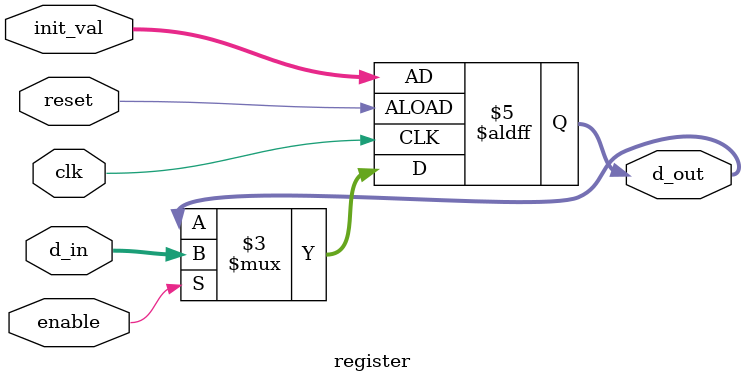
<source format=v>
module register (
  input [15:0] d_in,
  input [15:0] init_val,
  input reset,
  input clk, 
  input enable,
  output reg [15:0] d_out
);

always @ (posedge clk, posedge reset) begin
  if (reset)
    d_out <= init_val;
  else begin
    if (enable) 
      d_out <= d_in;
    else 
      d_out <= d_out;
  end
end

endmodule

</source>
